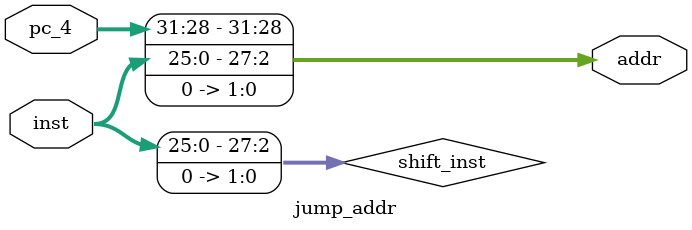
<source format=v>
`timescale 1ns / 1ps
module jump_addr(
				input [25:0]inst,
				input [31:0]pc_4,
				output [31:0]addr
    );

	wire [27:0]shift_inst;
	assign shift_inst = inst << 2;
	assign addr = {{pc_4[31:28]}, shift_inst};

endmodule

</source>
